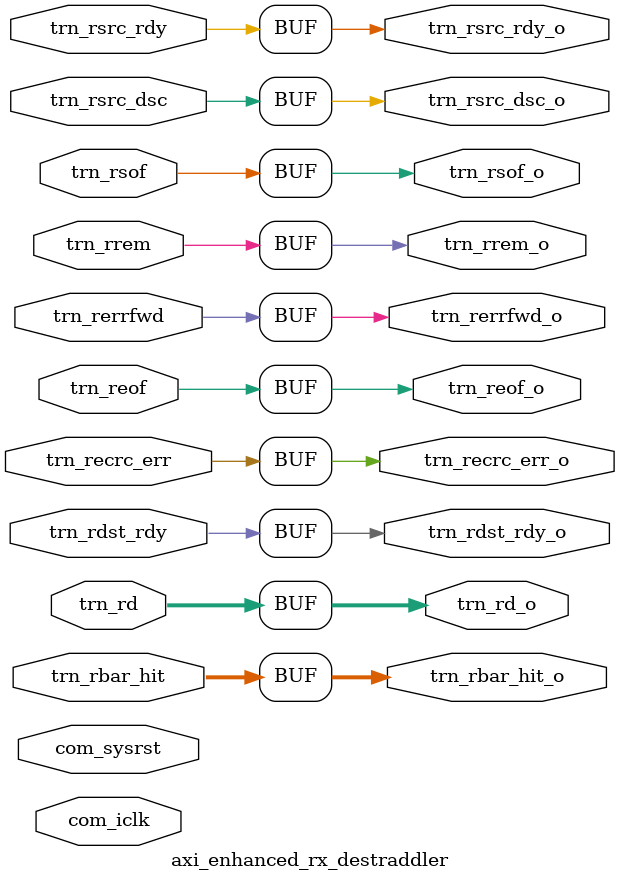
<source format=v>
`timescale 1ps/1ps

module axi_enhanced_rx_destraddler #(
  parameter C_DATA_WIDTH = 32,                          // RX/TX interface data width
  parameter C_FAMILY = "X7",                            // Targeted FPGA family
  parameter TCQ = 1,                                    // Clock to Q time

  // Do not override parameters below this line
  parameter REM_WIDTH  = (C_DATA_WIDTH == 128) ? 2 : 1, // trem/rrem width
  parameter RBAR_WIDTH = (C_FAMILY == "X7") ? 8 : 7,    // trn_rbar_hit width
  parameter STRB_WIDTH = C_DATA_WIDTH / 8               // TSTRB width
  ) (

  //---------------------------------------------------------------------------
  // TRN RX
  //---------------------------------------------------------------------------
  input      [C_DATA_WIDTH-1:0] trn_rd,                 // RX data from block
  input                         trn_rsof,               // RX start of packet
  input                         trn_reof,               // RX end of packet
  input                         trn_rsrc_rdy,           // RX source ready
  output                        trn_rdst_rdy_o,         // RX destination ready
  input                         trn_rsrc_dsc,           // RX source discontinue
  input         [REM_WIDTH-1:0] trn_rrem,               // RX remainder
  input                         trn_rerrfwd,            // RX error forward
  input        [RBAR_WIDTH-1:0] trn_rbar_hit,           // RX BAR hit
  input                         trn_recrc_err,          // RX ECRC error

  //--------------------------------------------------------------------------
  //TRN Realigned outputs to the RX data pipeline and Null Generator
  //--------------------------------------------------------------------------

  output  reg [C_DATA_WIDTH-1:0]trn_rd_o,               // Realigned data output
  output  reg                   trn_rsof_o,             // Realigned start of Frame
  output  reg                   trn_reof_o,             // Realigned End of Frame
  output  reg                   trn_rsrc_rdy_o,         // Realigned Source ready
  input                         trn_rdst_rdy,           // Destination ready from user
  output  reg                   trn_rsrc_dsc_o,         // Discontinue realigned
  output  reg   [REM_WIDTH-1:0] trn_rrem_o,             // RREM realigned
  output  reg                   trn_rerrfwd_o,          // rerrfwd realigned
  output  reg  [RBAR_WIDTH-1:0] trn_rbar_hit_o,         // RBAR hit realigned
  output  reg                   trn_recrc_err_o,        // ECRC error realigned

  //---------------------------------------------------------------------------
  // System
  //---------------------------------------------------------------------------

  input                         com_iclk,               // user clock from block
  input                         com_sysrst              // user reset from block

);

generate
// C_DATA_WIDTH == 128
if(C_DATA_WIDTH == 128) begin : data_width_128

  localparam               IDLE             = 2'b00;
  localparam               PROCESS_TLP_BEAT = 2'b01;
  localparam               THROTTLE_TLP     = 2'b10;

  reg [1:0]                state;
  reg                      local_throttle;
  // internal storage
  reg [C_DATA_WIDTH/2-1:0] trn_rd_d;
  reg                      trn_rsof_d;
  reg                      trn_reof_d;
  reg                      trn_rsrc_rdy_d;
  reg                      trn_rsrc_dsc_d;
  reg    [REM_WIDTH-1:0]   trn_rrem_d;
  reg                      trn_rerrfwd_d;
  reg   [RBAR_WIDTH-1:0]   trn_rbar_hit_d;
  reg                      trn_recrc_err_d;

  assign trn_rdst_rdy_o = trn_rdst_rdy && !local_throttle;

  // Internal buffer to store TRN signals
  always@(posedge com_iclk) begin
    if(com_sysrst) begin
      trn_rd_d            <= #TCQ {C_DATA_WIDTH/2{1'b0}};
      trn_rsof_d          <= #TCQ 1'b0;
      trn_reof_d          <= #TCQ 1'b0;
      trn_rsrc_rdy_d      <= #TCQ 1'b0;
      trn_rsrc_dsc_d      <= #TCQ 1'b0;
      trn_rrem_d          <= #TCQ {REM_WIDTH{1'b0}};
      trn_rerrfwd_d       <= #TCQ 1'b0;
      trn_rbar_hit_d      <= #TCQ {RBAR_WIDTH{1'b0}};
      trn_recrc_err_d     <= #TCQ 1'b0;
    end
    else begin
      // Enable signal for registers
      if(trn_rdst_rdy) begin
        trn_rd_d          <= #TCQ trn_rd[63:0];
        trn_rsof_d        <= #TCQ trn_rsof;
        trn_reof_d        <= #TCQ trn_reof;
        trn_rsrc_rdy_d    <= #TCQ trn_rsrc_rdy;
        trn_rsrc_dsc_d    <= #TCQ trn_rsrc_dsc;
        trn_rrem_d        <= #TCQ trn_rrem;
        trn_rerrfwd_d     <= #TCQ trn_rerrfwd;
        trn_rbar_hit_d    <= #TCQ trn_rbar_hit;
        trn_recrc_err_d   <= #TCQ trn_recrc_err;
      end
    end
  end

  // Output driver logic based on StateMachine state values and TRN inputs
  always@(trn_rd,trn_rsof,trn_reof,trn_rrem,trn_rsrc_dsc,trn_rsrc_rdy,trn_rdst_rdy,
          trn_recrc_err,trn_rerrfwd,trn_rbar_hit,state,local_throttle,com_sysrst) begin
    if(com_sysrst) begin
      trn_rd_o            <= {C_DATA_WIDTH{1'b0}};
      trn_rsof_o          <= 1'b0;
      trn_reof_o          <= 1'b0;
      trn_rsrc_rdy_o      <= 1'b0;
      trn_rsrc_dsc_o      <= 1'b0;
      trn_rrem_o          <= {REM_WIDTH{1'b0}};
      trn_rerrfwd_o       <= 1'b0;
      trn_rbar_hit_o      <= {RBAR_WIDTH{1'b0}};
      trn_recrc_err_o     <= 1'b0;
    end
    else begin
      case(state)
      IDLE : begin
               if(trn_rsof && !trn_rrem[1] && !trn_reof && trn_rdst_rdy && trn_rsrc_rdy) begin // Unaligned TLP
                 // Create a void i.e. Pass default '0' values to all outputs
                 trn_rd_o            <= {C_DATA_WIDTH{1'b0}};
                 trn_rsof_o          <= 1'b0;
                 trn_reof_o          <= 1'b0;
                 trn_rsrc_rdy_o      <= 1'b0;
                 trn_rsrc_dsc_o      <= 1'b0;
                 trn_rrem_o          <= {REM_WIDTH{1'b0}};
                 trn_rerrfwd_o       <= 1'b0;
                 trn_rbar_hit_o      <= {RBAR_WIDTH{1'b0}};
                 trn_recrc_err_o     <= 1'b0;
               end
               else if(trn_rsof && trn_reof && !trn_rrem[1] && trn_rdst_rdy && trn_rsrc_rdy) begin // straddled Beat
                 // Pass only EOF
                 trn_rd_o            <= {trn_rd[127:64],64'b0};
                 trn_rsof_o          <= 1'b0;
                 trn_reof_o          <= trn_reof;
                 trn_rsrc_rdy_o      <= trn_rsrc_rdy;
                 trn_rsrc_dsc_o      <= trn_rsrc_dsc;
                 trn_rrem_o          <= {1'b0,trn_rrem[0]};
                 trn_rerrfwd_o       <= trn_rerrfwd_d;   // Old value
                 trn_rbar_hit_o      <= trn_rbar_hit_d;  // Old value
                 trn_recrc_err_o     <= trn_recrc_err;   // New value is used
  
               end
               else begin // Default
                 trn_rd_o            <= trn_rd;
                 trn_rsof_o          <= trn_rsof;
                 trn_reof_o          <= trn_reof;
                 trn_rsrc_rdy_o      <= trn_rsrc_rdy;
                 trn_rsrc_dsc_o      <= trn_rsrc_dsc;
                 trn_rrem_o          <= trn_rrem;
                 trn_rerrfwd_o       <= trn_rerrfwd;
                 trn_rbar_hit_o      <= trn_rbar_hit;
                 trn_recrc_err_o     <= trn_recrc_err;
               end
             end
      PROCESS_TLP_BEAT : begin
               // eof in [127:64] only and no straddled beat
               if (trn_reof && !trn_rsof && !trn_rrem[1] && trn_rdst_rdy && trn_rsrc_rdy) begin
                 // adjust stored values with the live ones
                 trn_rd_o            <= {trn_rd_d,trn_rd[127:64]};
                 trn_rsof_o          <= trn_rsof_d;
                 trn_reof_o          <= trn_reof;
                 trn_rsrc_rdy_o      <= trn_rsrc_rdy;
                 trn_rsrc_dsc_o      <= trn_rsrc_dsc;
                 trn_rrem_o          <= {1'b1,trn_rrem[0]}; // Can be D0 D1 D2 -- or D0 D1 D2 D3 or H0 H1 H2 H3(D0/--)
                 trn_rerrfwd_o       <= trn_rerrfwd_d;
                 trn_rbar_hit_o      <= trn_rbar_hit_d;
                 trn_recrc_err_o     <= trn_recrc_err;
               end
               // Straddled beat
               // adjust stored values with the live ones. previous TLP ends here 
               else if(trn_reof && trn_rsof && trn_rdst_rdy && trn_rsrc_rdy) begin
                 trn_rd_o            <= {trn_rd_d,trn_rd[127:64]};
                 trn_rsof_o          <= trn_rsof_d;  // Old value
                 trn_reof_o          <= trn_reof;
                 trn_rsrc_rdy_o      <= trn_rsrc_rdy;
                 trn_rsrc_dsc_o      <= trn_rsrc_dsc;
                 trn_rrem_o          <= {1'b1,trn_rrem[0]}; // Can be D2 D1 D0 -- or D3 D3 D1 D0
                 trn_rerrfwd_o       <= trn_rerrfwd_d;
                 trn_rbar_hit_o      <= trn_rbar_hit_d;
                 trn_recrc_err_o     <= trn_recrc_err;
               end
               // eof beat having more than 2DW
               else if(trn_reof && trn_rdst_rdy && trn_rsrc_rdy) begin
                 // Pass {stored, live}
                 trn_rd_o            <= {trn_rd_d,trn_rd[127:64]};
                 trn_rsof_o          <= trn_rsof_d;
                 trn_reof_o          <= 1'b0;
                 trn_rsrc_rdy_o      <= trn_rsrc_rdy_d;
                 trn_rsrc_dsc_o      <= trn_rsrc_dsc;
                 trn_rrem_o          <= {REM_WIDTH{1'b1}};
                 trn_rerrfwd_o       <= trn_rerrfwd_d;
                 trn_rbar_hit_o      <= trn_rbar_hit_d;
                 trn_recrc_err_o     <= trn_recrc_err_d;
               end
               // Mid-Packet transfer
               else begin
                 // Pass {stored, live}
                 trn_rd_o            <= {trn_rd_d,trn_rd[127:64]};
                 trn_rsof_o          <= trn_rsof_d;
                 trn_reof_o          <= trn_reof;
                 trn_rsrc_rdy_o      <= trn_rsrc_rdy_d;
                 trn_rsrc_dsc_o      <= trn_rsrc_dsc;
                 trn_rrem_o          <= {REM_WIDTH{1'b1}};
                 trn_rerrfwd_o       <= trn_rerrfwd_d;
                 trn_rbar_hit_o      <= trn_rbar_hit_d;
                 trn_recrc_err_o     <= trn_recrc_err;
               end
             end
      default : begin
               // Throttle PCIe interface (will be for 1 cycle only)
               // Use stored values only in this state
               trn_rd_o              <= {trn_rd_d,64'b0};
               trn_rsof_o            <= trn_rsof_d;
               trn_reof_o            <= trn_reof_d;
               trn_rsrc_rdy_o        <= trn_rsrc_rdy_d;
               trn_rsrc_dsc_o        <= trn_rsrc_dsc_d;
               trn_rrem_o            <= {1'b0,trn_rrem_d[0]}; // Can be D1 D0 -- -- or D0 -- -- --
               trn_rerrfwd_o         <= trn_rerrfwd_d;
               trn_rbar_hit_o        <= trn_rbar_hit_d;
               trn_recrc_err_o       <= trn_recrc_err_d;
             end
      endcase
    end
  end

  // State Machine to re-align TLPs
  always @(posedge com_iclk) begin
    if(com_sysrst || trn_rsrc_dsc) begin
      state <= #TCQ IDLE;
      local_throttle <= #TCQ 1'b0;
    end
    else begin
      case(state)
      IDLE: begin
              // Unaligned TLP start or Straddle Beat
              if(((trn_rsof && !trn_reof) || (trn_rsof && trn_reof )) && !trn_rrem[1] && trn_rdst_rdy && trn_rsrc_rdy) begin
                state <= #TCQ PROCESS_TLP_BEAT;
              end
              local_throttle <= #TCQ 1'b0;
            end
      PROCESS_TLP_BEAT: begin
              // Wait for eof only
              if (trn_reof && !trn_rsof && trn_rdst_rdy && trn_rsrc_rdy) begin
                // eof in [128:64] only
                if(!trn_rrem[1]) begin
                  state <= #TCQ IDLE;
                  local_throttle <= #TCQ 1'b0;
                end
                // eof in [128:0]
                else begin
                  state <= #TCQ THROTTLE_TLP;
                  local_throttle <= #TCQ 1'b1;
                end
              end
            end
      default : begin
              if(trn_rdst_rdy) begin
                state  <= #TCQ IDLE;
                local_throttle <= #TCQ 1'b0;
              end
            end
      endcase
    end
  end

end // data_width_128
// C_DATA_WIDTH == 32 or C_DATA_WIDTH == 64
else begin: data_width_32_64
  // Direct mapping of inputs to outputs
  always@(*) begin
      trn_rd_o            <= trn_rd;
      trn_rsof_o          <= trn_rsof;
      trn_reof_o          <= trn_reof;
      trn_rsrc_rdy_o      <= trn_rsrc_rdy;
      trn_rsrc_dsc_o      <= trn_rsrc_dsc;
      trn_rrem_o          <= trn_rrem;
      trn_rerrfwd_o       <= trn_rerrfwd;
      trn_rbar_hit_o      <= trn_rbar_hit;
      trn_recrc_err_o     <= trn_recrc_err;
  end
  assign trn_rdst_rdy_o = trn_rdst_rdy;
end // data_width_32_64

endgenerate

endmodule

</source>
